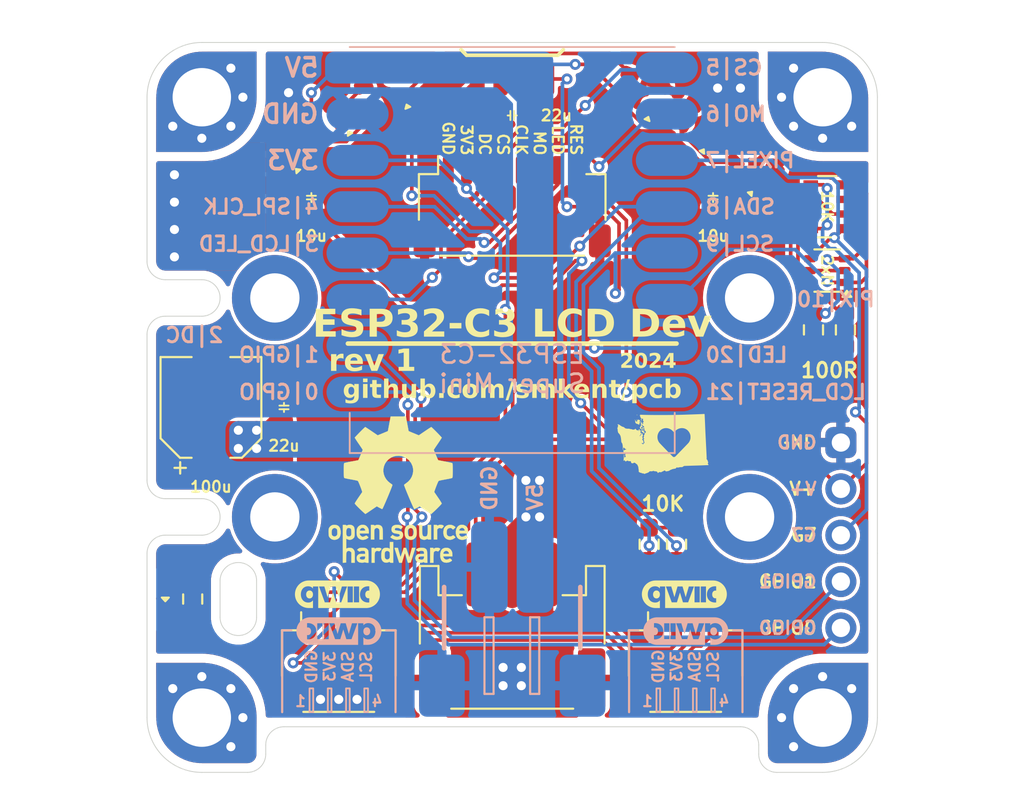
<source format=kicad_pcb>
(kicad_pcb (version 20240108) (generator "pcbnew") (generator_version "8.0")
  (layers (0 "F.Cu" signal) (31 "B.Cu" signal) (34 "B.Paste" user) (35 "F.Paste" user) (36 "B.SilkS" user "B.Silkscreen") (37 "F.SilkS" user "F.Silkscreen") (38 "B.Mask" user) (39 "F.Mask" user) (44 "Edge.Cuts" user))
  (net 0 "")
  (net 1 "GND")
  (net 2 "SDA")
  (net 3 "+3V3")
  (net 4 "SCL")
  (net 5 "NEOPIXEL_1_DATA_5V")
  (net 6 "STATUS_LED")
  (net 7 "SPI_MOSI")
  (net 8 "LCD_DC")
  (net 9 "NEOPIXEL_1_DATA_3V3")
  (net 10 "+5V")
  (net 11 "SPI_CLK")
  (net 12 "NEOPIXEL_2_DATA_3V3")
  (net 13 "NEOPIXEL_2_DATA_5V")
  (net 14 "LCD_BACKLIGHT")
  (net 15 "LCD_RESET")
  (net 16 "LCD_CS")
  (net 17 "ENC_DT")
  (net 18 "ENC_CLK")
  (net 19 "Net-(LED1-A)")
  (net 20 "Net-(LED2-DOUT)")
  (net 21 "Net-(LED3-DOUT)")
  (net 22 "Net-(LED4-DOUT)")
  (net 23 "Net-(LED5-DOUT)")
  (net 24 "Net-(LED6-DOUT)")
  (net 26 "/NP1_5V")
  (net 27 "/NP2_5V")
  (footprint "MountingHole:MountingHole_2.7mm_M2.5_DIN965_Pad" (layer "F.Cu") (at 113 64)
    (property "Reference" "REF**" (hide yes))
    (property "Value" "MountingHole_2.7mm_M2.5_DIN965_Pad")
  )
  (footprint "custom:C_0603_1608Metric_Pad1.08x0.95mm_HandSolder" (layer "F.Cu") (at 111 58.5 -90)
    (property "Reference" "C7" (hide yes))
    (property "Value" "10u")
  )
  (footprint "lcsc:LED-SMD_4P-L2.0-W2.0-BR-1" (layer "F.Cu") (at 92.945172 52.669914 22)
    (property "Reference" "LED4")
    (property "Value" "WS2812B-2020")
  )
  (footprint "connectors:STEMMA-Signal-SMD-horizontal" (layer "F.Cu") (at 100 82)
    (property "Reference" "J4" (hide yes))
    (property "Value" "STEMMA-Signal")
  )
  (footprint "lcsc:LED-SMD_4P-L2.0-W2.0-BR-1" (layer "F.Cu") (at 107.054828 52.669914 -22)
    (property "Reference" "LED5")
    (property "Value" "WS2812B-2020")
  )
  (footprint "mechanical:MountingHole_3.2mm_M3_Pad_Via_corner_compact" (layer "F.Cu") (at 117 53 180)
    (property "Reference" "REF**" (hide yes))
    (property "Value" "MountingHole_3.2mm_M3_Pad_Via_corner_compact" (hide yes))
  )
  (footprint "custom:C_0603_1608Metric_Pad1.08x0.95mm_HandSolder" (layer "F.Cu") (at 100 54 180)
    (property "Reference" "C3" (hide yes))
    (property "Value" "22u")
  )
  (footprint "custom:C_0603_1608Metric_Pad1.08x0.95mm_HandSolder" (layer "F.Cu") (at 89 58.5 -90)
    (property "Reference" "C6" (hide yes))
    (property "Value" "10u")
  )
  (footprint "Capacitor_SMD:CP_Elec_5x5.4" (layer "F.Cu") (at 83.5 70 90)
    (property "Reference" "C1" (hide yes))
    (property "Value" "100u")
  )
  (footprint "Resistor_SMD:R_Array_Convex_4x0603" (layer "F.Cu") (at 117.25 59 180)
    (property "Reference" "RN2" (hide yes))
    (property "Value" "10K")
  )
  (footprint "connectors:Qwiic-SMD-horizontal-logo-bottom-pinout" (layer "F.Cu") (at 90.5 84)
    (property "Reference" "J2" (hide yes))
    (property "Value" "Qwiic")
  )
  (footprint "custom:LED_0603_1608Metric_Pad1.05x0.95mm_HandSolder_simple" (layer "F.Cu") (at 81 80.5 90)
    (property "Reference" "LED1" (hide yes))
    (property "Value" "LED_Small")
  )
  (footprint "graphics:wa-state-heart-5mm" (layer "F.Cu") (at 108.25 72)
    (property "Reference" "G***" (hide yes))
    (property "Value" "LOGO" (hide yes))
  )
  (footprint "lcsc:LED-SMD_4P-L2.0-W2.0-BR-1" (layer "F.Cu") (at 86.704162 56.722873 44)
    (property "Reference" "LED2")
    (property "Value" "WS2812B-2020")
  )
  (footprint "lcsc:LED-SMD_4P-L2.0-W2.0-BR-1" (layer "F.Cu") (at 110.370461 54.395923 -33)
    (property "Reference" "LED6")
    (property "Value" "WS2812B-2020")
  )
  (footprint "connectors:Qwiic-SMD-horizontal-logo-bottom-pinout" (layer "F.Cu") (at 109.5 84)
    (property "Reference" "J3" (hide yes))
    (property "Value" "Qwiic")
  )
  (footprint "Resistor_SMD:R_0603_1608Metric_Pad0.98x0.95mm_HandSolder" (layer "F.Cu") (at 82.5 80.5 -90)
    (property "Reference" "R1" (hide yes))
    (property "Value" "10K")
  )
  (footprint "Resistor_SMD:R_0603_1608Metric_Pad0.98x0.95mm_HandSolder" (layer "F.Cu") (at 109 77.5 90)
    (property "Reference" "R5" (hide yes))
    (property "Value" "10K")
  )
  (footprint "MountingHole:MountingHole_2.7mm_M2.5_DIN965_Pad" (layer "F.Cu") (at 87 76)
    (property "Reference" "REF**" (hide yes))
    (property "Value" "MountingHole_2.7mm_M2.5_DIN965_Pad")
  )
  (footprint "mechanical:MountingHole_3.2mm_M3_Pad_Via_corner_NW-curve_compact" (layer "F.Cu") (at 117 87 90)
    (property "Reference" "REF**" (hide yes))
    (property "Value" "MountingHole_3.2mm_M3_Pad_Via_corner_NW-curve_compact" (hide yes))
  )
  (footprint "lcsc:LED-SMD_4P-L2.0-W2.0-BR-1" (layer "F.Cu") (at 113.295838 56.722873 -44)
    (property "Reference" "LED7")
    (property "Value" "WS2812B-2020")
  )
  (footprint "custom:C_0603_1608Metric_Pad1.08x0.95mm_HandSolder" (layer "F.Cu") (at 87.5 70 90)
    (property "Reference" "C2" (hide yes))
    (property "Value" "22u")
  )
  (footprint "lcsc:LED-SMD_4P-L2.0-W2.0-BR-1" (layer "F.Cu") (at 89.629539 54.395923 33)
    (property "Reference" "LED3")
    (property "Value" "WS2812B-2020")
  )
  (footprint "Resistor_SMD:R_0603_1608Metric_Pad0.98x0.95mm_HandSolder" (layer "F.Cu") (at 118.25 65.75 -90)
    (property "Reference" "R3" (hide yes))
    (property "Value" "100R")
  )
  (footprint "mechanical:MountingHole_3.2mm_M3_Pad_Via_corner_compact" (layer "F.Cu") (at 83 53 -90)
    (property "Reference" "REF**" (hide yes))
    (property "Value" "MountingHole_3.2mm_M3_Pad_Via_corner_compact" (hide yes))
  )
  (footprint "Package_TO_SOT_SMD:SOT-363_SC-70-6" (layer "F.Cu") (at 117.25 62.5 180)
    (property "Reference" "Q1" (hide yes))
    (property "Value" "2N7002DW")
  )
  (footprint "Resistor_SMD:R_0603_1608Metric_Pad0.98x0.95mm_HandSolder" (layer "F.Cu") (at 107.5 77.5 90)
    (property "Reference" "R4" (hide yes))
    (property "Value" "10K")
  )
  (footprint "MountingHole:MountingHole_2.7mm_M2.5_DIN965_Pad" (layer "F.Cu") (at 113 76)
    (property "Reference" "REF**" (hide yes))
    (property "Value" "MountingHole_2.7mm_M2.5_DIN965_Pad")
  )
  (footprint "lcsc:SENSORS-SMD_VEML7700-TR" (layer "F.Cu") (at 100 52)
    (property "Reference" "U1" (hide yes))
    (property "Value" "VEML7700")
  )
  (footprint "MountingHole:MountingHole_2.7mm_M2.5_DIN965_Pad" (layer "F.Cu") (at 87 64)
    (property "Reference" "REF**" (hide yes))
    (property "Value" "MountingHole_2.7mm_M2.5_DIN965_Pad")
  )
  (footprint "Symbol:OSHW-Logo_7.5x8mm_SilkScreen" (layer "F.Cu") (at 93.75 74.5)
    (property "Reference" "REF**" (hide yes))
    (property "Value" "OSHW-Logo_7.5x8mm_SilkScreen" (hide yes))
  )
  (footprint "Resistor_SMD:R_0603_1608Metric_Pad0.98x0.95mm_HandSolder" (layer "F.Cu") (at 116.5 65.75 90)
    (property "Reference" "R2" (hide yes))
    (property "Value" "100R")
  )
  (footprint "mechanical:MountingHole_3.2mm_M3_Pad_Via_corner_SE-curve_compact" (layer "F.Cu") (at 83 87)
    (property "Reference" "REF**" (hide yes))
    (property "Value" "MountingHole_3.2mm_M3_Pad_Via_corner_SE-curve_compact" (hide yes))
  )
  (footprint "custom:JST_SH_SM08B-SRSS-TB_1x08-1MP_P1.00mm_Horizontal" (layer "F.Cu") (at 100 59)
    (property "Reference" "J5")
    (property "Value" "JST SH")
  )
  (footprint "aliexpress:ESP32-C3-Super-Mini-Castellated-SMD-only" (layer "B.Cu") (at 100 59 180)
    (property "Reference" "SM1" (hide yes))
    (property "Value" "~")
  )
  (footprint "custom:PinHeader_1x05_P2.54mm_Vertical_simple_pad1gnd" (layer "B.Cu") (at 118 71.925 180)
    (property "Reference" "J6" (hide yes))
    (property "Value" "Pin headers")
  )
  (footprint "custom:Conn_Combo_JST-1x02-XH_PH-SMD-pad2gnd" (layer "B.Cu") (at 100 79.5 180)
    (property "Reference" "J1" (hide yes))
    (property "Value" "JST XH/PH")
  )
  (gr_line (start 91 66.5) (end 109 66.5) (stroke (width 0.25)) (layer "F.SilkS"))
  (gr_line (start 80 74) (end 80 66) (stroke (width 0.05)) (layer "Edge.Cuts"))
  (gr_line (start 117 50) (end 83 50) (stroke (width 0.05)) (layer "Edge.Cuts"))
  (gr_line (start 120 78) (end 120 53) (stroke (width 0.05)) (layer "Edge.Cuts"))
  (gr_arc (start 81 75) (mid 80.292893 74.707107) (end 80 74) (stroke (width 0.05)) (layer "Edge.Cuts"))
  (gr_arc (start 83 75) (mid 84 76) (end 83 77) (stroke (width 0.05)) (layer "Edge.Cuts"))
  (gr_line (start 113.5 89) (end 113.5 88.5) (stroke (width 0.05)) (layer "Edge.Cuts"))
  (gr_arc (start 80 66) (mid 80.292893 65.292893) (end 81 65) (stroke (width 0.05)) (layer "Edge.Cuts"))
  (gr_line (start 112.5 87.5) (end 87.5 87.5) (stroke (width 0.05)) (layer "Edge.Cuts"))
  (gr_arc (start 86.5 89) (mid 86.207107 89.707107) (end 85.5 90) (stroke (width 0.05)) (layer "Edge.Cuts"))
  (gr_arc (start 112.5 87.5) (mid 113.207107 87.792893) (end 113.5 88.5) (stroke (width 0.05)) (layer "Edge.Cuts"))
  (gr_line (start 86.5 89) (end 86.5 88.5) (stroke (width 0.05)) (layer "Edge.Cuts"))
  (gr_arc (start 86.5 88.5) (mid 86.792893 87.792893) (end 87.5 87.5) (stroke (width 0.05)) (layer "Edge.Cuts"))
  (gr_arc (start 83 63) (mid 84 64) (end 83 65) (stroke (width 0.05)) (layer "Edge.Cuts"))
  (gr_line (start 86 79.5) (end 86 81.5) (stroke (width 0.05)) (layer "Edge.Cuts"))
  (gr_line (start 80 78) (end 80 87) (stroke (width 0.05)) (layer "Edge.Cuts"))
  (gr_arc (start 114.5 90) (mid 113.792893 89.707107) (end 113.5 89) (stroke (width 0.05)) (layer "Edge.Cuts"))
  (gr_line (start 83 63) (end 81 63) (stroke (width 0.05)) (layer "Edge.Cuts"))
  (gr_arc (start 80 78) (mid 80.292893 77.292893) (end 81 77) (stroke (width 0.05)) (layer "Edge.Cuts"))
  (gr_line (start 83 65) (end 81 65) (stroke (width 0.05)) (layer "Edge.Cuts"))
  (gr_arc (start 84 79.5) (mid 85 78.5) (end 86 79.5) (stroke (width 0.05)) (layer "Edge.Cuts"))
  (gr_arc (start 117 50) (mid 119.12132 50.87868) (end 120 53) (stroke (width 0.05)) (layer "Edge.Cuts"))
  (gr_arc (start 83 90) (mid 80.87868 89.12132) (end 80 87) (stroke (width 0.05)) (layer "Edge.Cuts"))
  (gr_arc (start 86 81.5) (mid 85 82.5) (end 84 81.5) (stroke (width 0.05)) (layer "Edge.Cuts"))
  (gr_arc (start 120 87) (mid 119.12132 89.12132) (end 117 90) (stroke (width 0.05)) (layer "Edge.Cuts"))
  (gr_arc (start 81 63) (mid 80.292893 62.707107) (end 80 62) (stroke (width 0.05)) (layer "Edge.Cuts"))
  (gr_line (start 84 81.5) (end 84 79.5) (stroke (width 0.05)) (layer "Edge.Cuts"))
  (gr_line (start 80 53) (end 80 62) (stroke (width 0.05)) (layer "Edge.Cuts"))
  (gr_arc (start 80 53) (mid 80.87868 50.87868) (end 83 50) (stroke (width 0.05)) (layer "Edge.Cuts"))
  (gr_line (start 85.5 90) (end 83 90) (stroke (width 0.05)) (layer "Edge.Cuts"))
  (gr_line (start 120 78) (end 120 87) (stroke (width 0.05)) (layer "Edge.Cuts"))
  (gr_line (start 83 77) (end 81 77) (stroke (width 0.05)) (layer "Edge.Cuts"))
  (gr_line (start 114.5 90) (end 117 90) (stroke (width 0.05)) (layer "Edge.Cuts"))
  (gr_line (start 83 75) (end 81 75) (stroke (width 0.05)) (layer "Edge.Cuts"))
  (gr_text "SDA|8" (at 110.5 59 0) (layer "B.SilkS") (effects (font (size 0.8 0.8) (thickness 0.16) (bold yes)) (justify right mirror)))
  (gr_text "3|LCD_LED" (at 89.5 61.04 0) (layer "B.SilkS") (effects (font (size 0.8 0.8) (thickness 0.16) (bold yes)) (justify left mirror)))
  (gr_text "0|GPIO" (at 89.5 69.16 0) (layer "B.SilkS") (effects (font (size 0.8 0.8) (thickness 0.16) (bold yes)) (justify left mirror)))
  (gr_text "2|DC" (at 84.25 66.04 0) (layer "B.SilkS") (effects (font (size 0.8 0.8) (thickness 0.16) (bold yes)) (justify left mirror)))
  (gr_text "GND" (at 98.75 75.75 90) (layer "B.SilkS") (effects (font (size 0.8 0.8) (thickness 0.16) (bold yes)) (justify right mirror)))
  (gr_text "LED|20" (at 110.5 67.12 0) (layer "B.SilkS") (effects (font (size 0.8 0.8) (thickness 0.16) (bold yes)) (justify right mirror)))
  (gr_text "LCD_RESET|21" (at 110.5 69.16 0) (layer "B.SilkS") (effects (font (size 0.8 0.8) (thickness 0.16) (bold yes)) (justify right mirror)))
  (gr_text "GPIO0" (at 116.75 82.085 0) (layer "B.SilkS") (effects (font (size 0.7 0.7) (thickness 0.14) (bold yes)) (justify left mirror)))
  (gr_text "3V3" (at 89.5 56.46 0) (layer "B.SilkS") (effects (font (size 1 1) (thickness 0.2) (bold yes)) (justify left mirror)))
  (gr_text "CS|5" (at 110.5 51.38 0) (layer "B.SilkS") (effects (font (size 0.8 0.8) (thickness 0.16) (bold yes)) (justify right mirror)))
  (gr_text "GND" (at 89.5 53.92 0) (layer "B.SilkS") (effects (font (size 1 1) (thickness 0.2) (bold yes)) (justify left mirror)))
  (gr_text "V+" (at 116.75 74.465 0) (layer "B.SilkS") (effects (font (size 0.7 0.7) (thickness 0.14) (bold yes)) (justify left mirror)))
  (gr_text "GND" (at 116.75 71.925 0) (layer "B.SilkS") (effects (font (size 0.7 0.7) (thickness 0.14) (bold yes)) (justify left mirror)))
  (gr_text "MO|6" (at 110.5 53.92 0) (layer "B.SilkS") (effects (font (size 0.8 0.8) (thickness 0.16) (bold yes)) (justify right mirror)))
  (gr_text "4|SPI_CLK" (at 89.5 59 0) (layer "B.SilkS") (effects (font (size 0.8 0.8) (thickness 0.16) (bold yes)) (justify left mirror)))
  (gr_text "G7" (at 116.75 77.005 0) (layer "B.SilkS") (effects (font (size 0.7 0.7) (thickness 0.14) (bold yes)) (justify left mirror)))
  (gr_text "PIX|10" (at 115.5 64.08 0) (layer "B.SilkS") (effects (font (size 0.8 0.8) (thickness 0.16) (bold yes)) (justify right mirror)))
  (gr_text "1|GPIO" (at 89.5 67.12 0) (layer "B.SilkS") (effects (font (size 0.8 0.8) (thickness 0.16) (bold yes)) (justify left mirror)))
  (gr_text "PIXEL|7" (at 110.5 56.46 0) (layer "B.SilkS") (effects (font (size 0.8 0.8) (thickness 0.16) (bold yes)) (justify right mirror)))
  (gr_text "5V" (at 101.25 75.75 90) (layer "B.SilkS") (effects (font (size 0.8 0.8) (thickness 0.16) (bold yes)) (justify right mirror)))
  (gr_text "5V" (at 89.5 51.38 0) (layer "B.SilkS") (effects (font (size 1 1) (thickness 0.2) (bold yes)) (justify left mirror)))
  (gr_text "SCL|9" (at 110.5 61.04 0) (layer "B.SilkS") (effects (font (size 0.8 0.8) (thickness 0.16) (bold yes)) (justify right mirror)))
  (gr_text "GPIO1" (at 116.75 79.545 0) (layer "B.SilkS") (effects (font (size 0.7 0.7) (thickness 0.14) (bold yes)) (justify left mirror)))
  (gr_text "GPIO0" (at 116.75 82.08 0) (layer "F.SilkS") (effects (font (size 0.7 0.7) (thickness 0.14) (bold yes)) (justify right)))
  (gr_text "github.com/smkent/pcb" (at 100 69.65 -0) (layer "F.SilkS") (effects (font (size 1 1) (thickness 0.16) (bold yes)) (justify bottom)))
  (gr_text "10K" (at 117.25 59 -90) (layer "F.SilkS") (effects (font (size 0.6 0.6) (thickness 0.12) (bold yes))))
  (gr_text "10K" (at 108.25 75.75 0) (layer "F.SilkS") (effects (font (size 0.8 0.8) (thickness 0.16) (bold yes)) (justify bottom)))
  (gr_text "22u" (at 101.5 54 0) (layer "F.SilkS") (effects (font (size 0.6 0.6) (thickness 0.12) (bold yes)) (justify left)))
  (gr_text "10u" (at 111 60.25 0) (layer "F.SilkS") (effects (font (size 0.6 0.6) (thickness 0.12) (bold yes)) (justify top)))
  (gr_text "100u" (at 83.5 74 0) (layer "F.SilkS") (effects (font (size 0.6 0.6) (thickness 0.12) (bold yes)) (justify top)))
  (gr_text "CS" (at 99.5 56.25 -90) (layer "F.SilkS") (effects (font (size 0.6 0.6) (thickness 0.12) (bold yes)) (justify right)))
  (gr_text "22u" (at 87.5 71.75 0) (layer "F.SilkS") (effects (font (size 0.6 0.6) (thickness 0.12) (bold yes)) (justify top)))
  (gr_text "CLK" (at 100.5 56.25 -90) (layer "F.SilkS") (effects (font (size 0.6 0.6) (thickness 0.12) (bold yes)) (justify right)))
  (gr_text "DC" (at 98.5 56.25 -90) (layer "F.SilkS") (effects (font (size 0.6 0.6) (thickness 0.12) (bold yes)) (justify right)))
  (gr_text "LED" (at 102.5 56.25 -90) (layer "F.SilkS") (effects (font (size 0.6 0.6) (thickness 0.12) (bold yes)) (justify right)))
  (gr_text "ESP32-C3 LCD Dev" (at 100 65.5 0) (layer "F.SilkS") (effects (font (size 1.5 1.5) (thickness 0.3) (bold yes))))
  (gr_text "GPIO1" (at 116.75 79.54 0) (layer "F.SilkS") (effects (font (size 0.7 0.7) (thickness 0.14) (bold yes)) (justify right)))
  (gr_text "3V3" (at 97.5 56.25 -90) (layer "F.SilkS") (effects (font (size 0.6 0.6) (thickness 0.12) (bold yes)) (justify right)))
  (gr_text "MO" (at 101.5 56.25 -90) (layer "F.SilkS") (effects (font (size 0.6 0.6) (thickness 0.12) (bold yes)) (justify right)))
  (gr_text "V+" (at 116.75 74.46 0) (layer "F.SilkS") (effects (font (size 0.7 0.7) (thickness 0.14) (bold yes)) (justify right)))
  (gr_text "RES" (at 103.5 56.25 -90) (layer "F.SilkS") (effects (font (size 0.6 0.6) (thickness 0.12) (bold yes)) (justify right)))
  (gr_text "rev 1" (at 94.75 67.5 -0) (layer "F.SilkS") (effects (font (size 1.2 1.2) (thickness 0.24) (bold yes)) (justify right)))
  (gr_text "GND" (at 96.5 56.25 -90) (layer "F.SilkS") (effects (font (size 0.6 0.6) (thickness 0.12) (bold yes)) (justify right)))
  (gr_text "2024" (at 109 67.5 -0) (layer "F.SilkS") (effects (font (size 0.8 0.8) (thickness 0.24) (bold yes)) (justify right)))
  (gr_text "2xN" (at 117.25 62.5 -90) (layer "F.SilkS") (effects (font (size 0.6 0.6) (thickness 0.12) (bold yes))))
  (gr_text "10u" (at 89 60.25 0) (layer "F.SilkS") (effects (font (size 0.6 0.6) (thickness 0.12) (bold yes)) (justify top)))
  (gr_text "GND" (at 116.75 71.92 0) (layer "F.SilkS") (effects (font (size 0.7 0.7) (thickness 0.14) (bold yes)) (justify right)))
  (gr_text "G7" (at 116.75 77 0) (layer "F.SilkS") (effects (font (size 0.7 0.7) (thickness 0.14) (bold yes)) (justify right)))
  (gr_text "100R" (at 117.375 67.5 0) (layer "F.SilkS") (effects (font (size 0.8 0.8) (thickness 0.16) (bold yes)) (justify top)))
  (segment (start 99.37 53.7675) (end 99.1375 54) (width 0.2) (layer "F.Cu") (net 1))
  (segment (start 99.37 52) (end 99.37 53.7675) (width 0.2) (layer "F.Cu") (net 1))
  (segment (start 86.900041 55.63011) (end 86.900041 56.599959) (width 0.2) (layer "F.Cu") (net 1))
  (segment (start 86.900041 56.599959) (end 86.75 56.75) (width 0.2) (layer "F.Cu") (net 1))
  (via (at 91.5 86) (size 1) (drill 0.5) (layers "F.Cu" "B.Cu") (net 1))
  (via (at 99.5 84.25) (size 1) (drill 0.5) (layers "F.Cu" "B.Cu") (net 1))
  (via (at 99.5 85.25) (size 1) (drill 0.5) (layers "F.Cu" "B.Cu") (net 1))
  (via (at 87.75 52.75) (size 1) (drill 0.5) (layers "F.Cu" "B.Cu") (net 1))
  (via (at 100.5 85.25) (size 1) (drill 0.5) (layers "F.Cu" "B.Cu") (net 1))
  (via (at 81.5 61.75) (size 1) (drill 0.5) (layers "F.Cu" "B.Cu") (net 1))
  (via (at 81.5 60.25) (size 1) (drill 0.5) (layers "F.Cu" "B.Cu") (net 1))
  (via (at 90.5 86) (size 1) (drill 0.5) (layers "F.Cu" "B.Cu") (net 1))
  (via (at 81.5 57.25) (size 1) (drill 0.5) (layers "F.Cu" "B.Cu") (net 1))
  (via (at 111.25 52.5) (size 1) (drill 0.5) (layers "F.Cu" "B.Cu") (net 1))
  (via (at 100.5 84.25) (size 1) (drill 0.5) (layers "F.Cu" "B.Cu") (net 1))
  (via (at 89.5 86) (size 1) (drill 0.5) (layers "F.Cu" "B.Cu") (net 1))
  (via (at 112.5 52.5) (size 1) (drill 0.5) (layers "F.Cu" "B.Cu") (net 1))
  (via (at 81.5 58.75) (size 1) (drill 0.5) (layers "F.Cu" "B.Cu") (net 1))
  (segment (start 107.5 78.4125) (end 107.5 77.575313) (width 0.2) (layer "F.Cu") (net 2))
  (segment (start 110 82.5) (end 108.85 83.65) (width 0.2) (layer "F.Cu") (net 2))
  (segment (start 93.765552 82.35) (end 92.340552 80.925) (width 0.2) (layer "F.Cu") (net 2))
  (segment (start 92.340552 80.925) (end 91.075 80.925) (width 0.2) (layer "F.Cu") (net 2))
  (segment (start 94.5 58.4) (end 94.5 55.59) (width 0.2) (layer "F.Cu") (net 2))
  (segment (start 110 80.9125) (end 110 82) (width 0.2) (layer "F.Cu") (net 2))
  (segment (start 107.5 78.4125) (end 110 80.9125) (width 0.2) (layer "F.Cu") (net 2))
  (segment (start 106.250429 83.5) (end 105.100429 82.35) (width 0.2) (layer "F.Cu") (net 2))
  (segment (start 107.5 77.575313) (end 107.500313 77.575) (width 0.2) (layer "F.Cu") (net 2))
  (segment (start 110 82) (end 110 82.5) (width 0.2) (layer "F.Cu") (net 2))
  (segment (start 91.075 80.925) (end 91 81) (width 0.2) (layer "F.Cu") (net 2))
  (segment (start 94.5 55.59) (end 98.09 52) (width 0.2) (layer "F.Cu") (net 2))
  (segment (start 108.85 83.65) (end 106.40043 83.65) (width 0.2) (layer "F.Cu") (net 2))
  (segment (start 91 81) (end 91 82) (width 0.2) (layer "F.Cu") (net 2))
  (segment (start 106.40043 83.65) (end 106.250429 83.5) (width 0.2) (layer "F.Cu") (net 2))
  (segment (start 105.100429 82.35) (end 93.765552 82.35) (width 0.2) (layer "F.Cu") (net 2))
  (segment (start 103.7 61.160327) (end 101.960327 62.9) (width 0.2) (layer "F.Cu") (net 2))
  (segment (start 101.960327 62.9) (end 99 62.9) (width 0.2) (layer "F.Cu") (net 2))
  (via (at 107.500313 77.575) (size 0.6) (drill 0.3) (layers "F.Cu" "B.Cu") (net 2))
  (via (at 103.7 61.160327) (size 0.6) (drill 0.3) (layers "F.Cu" "B.Cu") (net 2))
  (via (at 99 62.9) (size 0.6) (drill 0.3) (layers "F.Cu" "B.Cu") (net 2))
  (via (at 94.5 58.4) (size 0.6) (drill 0.3) (layers "F.Cu" "B.Cu") (net 2))
  (segment (start 94.5 58.4) (end 95.715686 58.4) (width 0.2) (layer "B.Cu") (net 2))
  (segment (start 103.5 67.164215) (end 103.5 63.12) (width 0.2) (layer "B.Cu") (net 2))
  (segment (start 99.35 62.55) (end 99 62.9) (width 0.2) (layer "B.Cu") (net 2))
  (segment (start 105.860327 59) (end 107.62 59) (width 0.2) (layer "B.Cu") (net 2))
  (segment (start 104.35 68.014215) (end 103.5 67.164215) (width 0.2) (layer "B.Cu") (net 2))
  (segment (start 95.715686 58.4) (end 97.678921 60.363235) (width 0.2) (layer "B.Cu") (net 2))
  (segment (start 99.35 61.001471) (end 99.35 62.55) (width 0.2) (layer "B.Cu") (net 2))
  (segment (start 104.35 73.490373) (end 104.35 68.014215) (width 0.2) (layer "B.Cu") (net 2))
  (segment (start 97.678921 60.363235) (end 98.711764 60.363235) (width 0.2) (layer "B.Cu") (net 2))
  (segment (start 98.711764 60.363235) (end 99.35 61.001471) (width 0.2) (layer "B.Cu") (net 2))
  (segment (start 103.7 61.160327) (end 105.860327 59) (width 0.2) (layer "B.Cu") (net 2))
  (segment (start 107.500313 76.640686) (end 104.35 73.490373) (width 0.2) (layer "B.Cu") (net 2))
  (segment (start 107.500313 77.575) (end 107.500313 76.640686) (width 0.2) (layer "B.Cu") (net 2))
  (segment (start 103.5 63.12) (end 107.62 59) (width 0.2) (layer "B.Cu") (net 2))
  (segment (start 100.8625 54.296815) (end 100.8625 54) (width 0.2) (layer "F.Cu") (net 3))
  (segment (start 108.684314 83.25) (end 106.566115 83.25) (width 0.2) (layer "F.Cu") (net 3))
  (segment (start 90.975 79.725) (end 93.959314 79.725) (width 0.2) (layer "F.Cu") (net 3))
  (segment (start 97.5 56.584448) (end 98.159448 55.925) (width 0.2) (layer "F.Cu") (net 3))
  (segment (start 115.65 62.174999) (end 115.975001 62.5) (width 0.2) (layer "F.Cu") (net 3))
  (segment (start 90 82.5) (end 90 82) (width 0.2) (layer "F.Cu") (net 3))
  (segment (start 90 81.434315) (end 90 82) (width 0.2) (layer "F.Cu") (net 3))
  (segment (start 88 84) (end 88.5 84) (width 0.2) (layer "F.Cu") (net 3))
  (segment (start 93.959314 79.725) (end 97.2 76.484314) (width 0.2) (layer "F.Cu") (net 3))
  (segment (start 116.35 60.2) (end 115.8 60.2) (width 0.2) (layer "F.Cu") (net 3))
  (segment (start 93.931237 81.95) (end 92.765685 80.784448) (width 0.2) (layer "F.Cu") (net 3))
  (segment (start 90.25 79) (end 90.975 79.725) (width 0.2) (layer "F.Cu") (net 3))
  (segment (start 100.63 52) (end 100.63 53.7675) (width 0.2) (layer "F.Cu") (net 3))
  (segment (start 117.25 58) (end 117.05 57.8) (width 0.2) (layer "F.Cu") (net 3))
  (segment (start 90.675 80.759315) (end 90 81.434315) (width 0.2) (layer "F.Cu") (net 3))
  (segment (start 115.8 60.2) (end 115.65 60.35) (width 0.2) (layer "F.Cu") (net 3))
  (segment (start 118 74.465) (end 119.4 73.065) (width 0.2) (layer "F.Cu") (net 3))
  (segment (start 100.63 53.7675) (end 100.8625 54) (width 0.2) (layer "F.Cu") (net 3))
  (segment (start 116.885 73.35) (end 111.75 73.35) (width 0.2) (layer "F.Cu") (net 3))
  (segment (start 119.4 70.85) (end 118.8 70.25) (width 0.2) (layer "F.Cu") (net 3))
  (segment (start 116.35 60.2) (end 117.05 60.2) (width 0.2) (layer "F.Cu") (net 3))
  (segment (start 118 74.465) (end 116.885 73.35) (width 0.2) (layer "F.Cu") (net 3))
  (segment (start 115.975001 62.5) (end 116.3 62.5) (width 0.2) (layer "F.Cu") (net 3))
  (segment (start 97.5 58) (end 97.5 57) (width 0.2) (layer "F.Cu") (net 3))
  (segment (start 98.159448 55.925) (end 99.234315 55.925) (width 0.2) (layer "F.Cu") (net 3))
  (segment (start 119.4 73.065) (end 119.4 70.85) (width 0.2) (layer "F.Cu") (net 3))
  (segment (start 97.2 76.484314) (end 97.2 73.984314) (width 0.2) (layer "F.Cu") (net 3))
  (segment (start 92.506238 80.525) (end 90.909314 80.525) (width 0.2) (layer "F.Cu") (net 3))
  (segment (start 106.725 77.3625) (end 107.5 76.5875) (width 0.2) (layer "F.Cu") (net 3))
  (segment (start 99.625 71.559314) (end 99.625 64.625) (width 0.2) (layer "F.Cu") (net 3))
  (segment (start 118.2 62.5) (end 116.3 62.5) (width 0.2) (layer "F.Cu") (net 3))
  (segment (start 97.5 57) (end 97.5 56.584448) (width 0.2) (layer "F.Cu") (net 3))
  (segment (start 107.033278 79.2) (end 106.725 78.891722) (width 0.2) (layer "F.Cu") (net 3))
  (segment (start 88.5 84) (end 90 82.5) (width 0.2) (layer "F.Cu") (net 3))
  (segment (start 90.909314 80.525) (end 90.675 80.759315) (width 0.2) (layer "F.Cu") (net 3))
  (segment (start 106.566115 83.25) (end 105.266115 81.95) (width 0.2) (layer "F.Cu") (net 3))
  (segment (start 92.765685 80.784448) (end 92.506238 80.525) (width 0.2) (layer "F.Cu") (net 3))
  (segment (start 97.2 73.984314) (end 99.625 71.559314) (width 0.2) (layer "F.Cu") (net 3))
  (segment (start 109 82) (end 109 82.934314) (width 0.2) (layer "F.Cu") (net 3))
  (segment (start 117.05 57.8) (end 116.35 57.8) (width 0.2) (layer "F.Cu") (net 3))
  (segment (start 107.5 76.5875) (end 109 76.5875) (width 0.2) (layer "F.Cu") (net 3))
  (segment (start 109 76.1) (end 109 76.5875) (width 0.2) (layer "F.Cu") (net 3))
  (segment (start 99.234315 55.925) (end 100.8625 54.296815) (width 0.2) (layer "F.Cu") (net 3))
  (segment (start 105.266115 81.95) (end 93.931237 81.95) (width 0.2) (layer "F.Cu") (net 3))
  (segment (start 109 80.478186) (end 107.721814 79.2) (width 0.2) (layer "F.Cu") (net 3))
  (segment (start 109 82) (end 109 80.478186) (width 0.2) (layer "F.Cu") (net 3))
  (segment (start 106.725 78.891722) (end 106.725 77.3625) (width 0.2) (layer "F.Cu") (net 3))
  (segment (start 109 82.934314) (end 108.684314 83.25) (width 0.2) (layer "F.Cu") (net 3))
  (segment (start 115.65 60.35) (end 115.65 62.174999) (width 0.2) (layer "F.Cu") (net 3))
  (segment (start 107.721814 79.2) (end 107.033278 79.2) (width 0.2) (layer "F.Cu") (net 3))
  (segment (start 111.75 73.35) (end 109 76.1) (width 0.2) (layer "F.Cu") (net 3))
  (segment (start 117.05 60.2) (end 117.25 60) (width 0.2) (layer "F.Cu") (net 3))
  (via (at 117.25 60) (size 0.6) (drill 0.3) (layers "F.Cu" "B.Cu") (net 3))
  (via (at 88 84) (size 0.6) (drill 0.3) (layers "F.Cu" "B.Cu") (net 3))
  (via (at 99.625 64.625) (size 0.6) (drill 0.3) (layers "F.Cu" "B.Cu") (net 3))
  (via (at 117.25 58) (size 0.6) (drill 0.3) (layers "F.Cu" "B.Cu") (net 3))
  (via (at 97.5 58) (size 0.6) (drill 0.3) (layers "F.Cu" "B.Cu") (net 3))
  (via (at 90.25 79) (size 0.6) (drill 0.3) (layers "F.Cu" "B.Cu") (net 3))
  (via (at 118.8 70.25) (size 0.6) (drill 0.3) (layers "F.Cu" "B.Cu") (net 3))
  (segment (start 99.75 60.25) (end 97.5 58) (width 0.2) (layer "B.Cu") (net 3))
  (segment (start 92.38 56.46) (end 91.04 56.46) (width 0.2) (layer "B.Cu") (net 3))
  (segment (start 117.25 60) (end 117.25 58) (width 0.2) (layer "B.Cu") (net 3))
  (segment (start 119 62.61849) (end 118.815755 62.434245) (width 0.2) (layer "B.Cu") (net 3))
  (segment (start 99.625 64.625) (end 99.75 64.5) (width 0.2) (layer "B.Cu") (net 3))
  (segment (start 95.96 56.46) (end 97.5 58) (width 0.2) (layer "B.Cu") (net 3))
  (segment (start 90.25 79) (end 90.25 81.75) (width 0.2) (layer "B.Cu") (net 3))
  (segment (start 99.75 64.5) (end 99.75 60.25) (width 0.2) (layer "B.Cu") (net 3))
  (segment (start 117 60.25) (end 117.25 60) (width 0.2) (layer "B.Cu") (net 3))
  (segment (start 117.395118 61.296452) (end 117 60.901334) (width 0.2) (layer "B.Cu") (net 3))
  (segment (start 118.815755 62.434245) (end 117.677961 61.296452) (width 0.2) (layer "B.Cu") (net 3))
  (segment (start 90.25 81.75) (end 88 84) (width 0.2) (layer "B.Cu") (net 3))
  (segment (start 117 60.901334) (end 117 60.25) (width 0.2) (layer "B.Cu") (net 3))
  (segment (start 118.8 70.25) (end 119 70.05) (width 0.2) (layer "B.Cu") (net 3))
  (segment (start 119 70.05) (end 119 62.61849) (width 0.2) (layer "B.Cu") (net 3))
  (segment (start 92.38 56.46) (end 95.96 56.46) (width 0.2) (layer "B.Cu") (net 3))
  (segment (start 117.677961 61.296452) (end 117.395118 61.296452) (width 0.2) (layer "B.Cu") (net 3))
  (segment (start 91.04 56.46) (end 91 56.5) (width 0.2) (layer "B.Cu") (net 3))
  (segment (start 92.849866 82) (end 92 82) (width 0.2) (layer "F.Cu") (net 4))
  (segment (start 109 78.4125) (end 109 79.346814) (width 0.2) (layer "F.Cu") (net 4))
  (segment (start 110.340552 83.075) (end 109.990686 83.075) (width 0.2) (layer "F.Cu") (net 4))
  (segment (start 109.000313 78.412187) (end 109 78.4125) (width 0.2) (layer "F.Cu") (net 4))
  (segment (start 109.990686 83.075) (end 109.015686 84.05) (width 0.2) (layer "F.Cu") (net 4))
  (segment (start 105.85 63.55) (end 105.65 63.75) (width 0.2) (layer "F.Cu") (net 4))
  (segment (start 111 81.346814) (end 111 82) (width 0.2) (layer "F.Cu") (net 4))
  (segment (start 104.934744 82.75) (end 93.599866 82.75) (width 0.2) (layer "F.Cu") (net 4))
  (segment (start 109.000313 77.575) (end 109.000313 78.412187) (width 0.2) (layer "F.Cu") (net 4))
  (segment (start 111 82.415552) (end 110.340552 83.075) (width 0.2) (layer "F.Cu") (net 4))
  (segment (start 103 59) (end 104.934314 59) (width 0.2) (layer "F.Cu") (net 4))
  (segment (start 104.934314 59) (end 105.85 59.915686) (width 0.2) (layer "F.Cu") (net 4))
  (segment (start 105.85 59.915686) (end 105.85 63.55) (width 0.2) (layer "F.Cu") (net 4))
  (segment (start 109 79.346814) (end 111 81.346814) (width 0.2) (layer "F.Cu") (net 4))
  (segment (start 111 82) (end 111 82.415552) (width 0.2) (layer "F.Cu") (net 4))
  (segment (start 109.015686 84.05) (end 106.234744 84.05) (width 0.2) (layer "F.Cu") (net 4))
  (segment (start 106.234744 84.05) (end 104.934744 82.75) (width 0.2) (layer "F.Cu") (net 4))
  (segment (start 93.599866 82.75) (end 92.849866 82) (width 0.2) (layer "F.Cu") (net 4))
  (segment (start 101.9 52) (end 103 52) (width 0.2) (layer "F.Cu") (net 4))
  (via (at 109.000313 77.575) (size 0.6) (drill 0.3) (layers "F.Cu" "B.Cu") (net 4))
  (via (at 105.65 63.75) (size 0.6) (drill 0.3) (layers "F.Cu" "B.Cu") (net 4))
  (via (at 103 52) (size 0.6) (drill 0.3) (layers "F.Cu" "B.Cu") (net 4))
  (via (at 103 59) (size 0.6) (drill 0.3) (layers "F.Cu" "B.Cu") (net 4))
  (segment (start 103 52) (end 102.75 52.25) (width 0.2) (layer "B.Cu") (net 4))
  (segment (start 103.9 63.285686) (end 103.9 66.998529) (width 0.2) (layer "B.Cu") (net 4))
  (segment (start 102.75 58.75) (end 103 59) (width 0.2) (layer "B.Cu") (net 4))
  (segment (start 102.75 52.25) (end 102.75 58.75) (width 0.2) (layer "B.Cu") (net 4))
  (segment (start 104.75 73.324687) (end 109.000313 77.575) (width 0.2) (layer "B.Cu") (net 4))
  (segment (start 107.62 61.54) (end 105.645686 61.54) (width 0.2) (layer "B.Cu") (net 4))
  (segment (start 105.65 61.544314) (end 105.645686 61.54) (width 0.2) (layer "B.Cu") (net 4))
  (segment (start 105.645686 61.54) (end 103.9 63.285686) (width 0.2) (layer "B.Cu") (net 4))
  (segment (start 104.75 67.848529) (end 104.75 73.324687) (width 0.2) (layer "B.Cu") (net 4))
  (segment (start 103.9 66.998529) (end 104.75 67.848529) (width 0.2) (layer "B.Cu") (net 4))
  (segment (start 105.65 63.75) (end 105.65 61.544314) (width 0.2) (layer "B.Cu") (net 4))
  (segment (start 100.565686 71.75) (end 111.4125 71.75) (width 0.2) (layer "F.Cu") (net 5))
  (segment (start 98 74.315686) (end 100.565686 71.75) (width 0.2) (layer "F.Cu") (net 5))
  (segment (start 111.4125 71.75) (end 116.5 66.6625) (width 0.2) (layer "F.Cu") (net 5))
  (segment (start 98 79.15) (end 98 74.315686) (width 0.2) (layer "F.Cu") (net 5))
  (segment (start 100.025 71.725) (end 100.025 69.225) (width 0.2) (layer "F.Cu") (net 6))
  (segment (start 84.190093 83.102593) (end 85.897407 83.102593) (width 0.2) (layer "F.Cu") (net 6))
  (segment (start 97.6 76.65) (end 97.6 74.15) (width 0.2) (layer "F.Cu") (net 6))
  (segment (start 94.125 80.125) (end 97.6 76.65) (width 0.2) (layer "F.Cu") (net 6))
  (segment (start 88.875 80.125) (end 94.125 80.125) (width 0.2) (layer "F.Cu") (net 6))
  (segment (start 85.897407 83.102593) (end 88.875 80.125) (width 0.2) (layer "F.Cu") (net 6))
  (segment (start 102.5 66.75) (end 104.5 66.75) (width 0.2) (layer "F.Cu") (net 6))
  (segment (start 100.025 69.225) (end 102.5 66.75) (width 0.2) (layer "F.Cu") (net 6))
  (segment (start 97.6 74.15) (end 100.025 71.725) (width 0.2) (layer "F.Cu") (net 6))
  (segment (start 82.5 81.4125) (end 84.190093 83.102593) (width 0.2) (layer "F.Cu") (net 6))
  (via (at 104.5 66.75) (size 0.6) (drill 0.3) (layers "F.Cu" "B.Cu") (net 6))
  (segment (start 104.5 66.75) (end 107.49 66.75) (width 0.2) (layer "B.Cu") (net 6))
  (segment (start 107.49 66.75) (end 107.62 66.62) (width 0.2) (layer "B.Cu") (net 6))
  (segment (start 101.5 57) (end 101.5 56.584448) (width 0.2) (layer "F.Cu") (net 7))
  (segment (start 101.5 56.584448) (end 102.159448 55.925) (width 0.2) (layer "F.Cu") (net 7))
  (segment (start 102.159448 55.925) (end 103.875 55.925) (width 0.2) (layer "F.Cu") (net 7))
  (segment (start 103.875 55.925) (end 104.75 56.8) (width 0.2) (layer "F.Cu") (net 7))
  (via (at 104.75 56.8) (size 0.6) (drill 0.3) (layers "F.Cu" "B.Cu") (net 7))
  (segment (start 104.75 56.8) (end 107.62 53.93) (width 0.2) (layer "B.Cu") (net 7))
  (segment (start 107.62 53.93) (end 107.62 53.92) (width 0.2) (layer "B.Cu") (net 7))
  (segment (start 98.5 58.5) (end 98.5 57) (width 0.2) (layer "F.Cu") (net 8))
  (segment (start 96.1 60.9) (end 98.5 58.5) (width 0.2) (layer "F.Cu") (net 8))
  (segment (start 95.625 62.875) (end 96.1 62.4) (width 0.2) (layer "F.Cu") (net 8))
  (segment (start 96.1 62.4) (end 96.1 60.9) (width 0.2) (layer "F.Cu") (net 8))
  (via (at 95.625 62.875) (size 0.6) (drill 0.3) (layers "F.Cu" "B.Cu") (net 8))
  (segment (start 94.42 64.08) (end 92.38 64.08) (width 0.2) (layer "B.Cu") (net 8))
  (segment (start 95.625 62.875) (end 94.42 64.08) (width 0.2) (layer "B.Cu") (net 8))
  (segment (start 118.140099 60.2) (end 118.15 60.2) (width 0.2) (layer "F.Cu") (net 9))
  (segment (start 117.453548 60.696452) (end 117.643647 60.696452) (width 0.2) (layer "F.Cu") (net 9))
  (segment (start 117.643647 60.696452) (end 118.140099 60.2) (width 0.2) (layer "F.Cu") (net 9))
  (segment (start 116.3 61.85) (end 117.453548 60.696452) (width 0.2) (layer "F.Cu") (net 9))
  (via (at 117.643647 60.696452) (size 0.6) (drill 0.3) (layers "F.Cu" "B.Cu") (net 9))
  (segment (start 117.643647 60.696452) (end 117.85 60.490099) (width 0.2) (layer "B.Cu") (net 9))
  (segment (start 117.85 60.490099) (end 117.85 57.751471) (width 0.2) (layer "B.Cu") (net 9))
  (segment (start 119.4 62.452805) (end 119.4 75.605) (width 0.2) (layer "B.Cu") (net 9))
  (segment (start 117.643647 60.696452) (end 119.4 62.452805) (width 0.2) (layer "B.Cu") (net 9))
  (segment (start 117.498529 57.4) (end 115.15 57.4) (width 0.2) (layer "B.Cu") (net 9))
  (segment (start 117.85 57.751471) (end 117.498529 57.4) (width 0.2) (layer "B.Cu") (net 9))
  (segment (start 114.21 56.46) (end 107.62 56.46) (width 0.2) (layer "B.Cu") (net 9))
  (segment (start 115.15 57.4) (end 114.21 56.46) (width 0.2) (layer "B.Cu") (net 9))
  (segment (start 119.4 75.605) (end 118 77.005) (width 0.2) (layer "B.Cu") (net 9))
  (segment (start 89.041639 56.291639) (end 89.228751 56.104527) (width 0.2) (layer "F.Cu") (net 10))
  (segment (start 89.36404 53.867732) (end 89 53.503692) (width 0.2) (layer "F.Cu") (net 10))
  (segment (start 89.228751 56.104527) (end 89.228751 55.431234) (width 0.2) (layer "F.Cu") (net 10))
  (segment (start 118.15 59.4) (end 117.55 59.4) (width 0.2) (layer "F.Cu") (net 10))
  (segment (start 111 57.6375) (end 111 56.565252) (width 0.2) (layer "F.Cu") (net 10))
  (segment (start 89.228751 55.431234) (end 90.910182 55.431234) (width 0.2) (layer "F.Cu") (net 10))
  (segment (start 116.75 58.6) (end 116.35 58.6) (width 0.2) (layer "F.Cu") (net 10))
  (segment (start 89 57.6375) (end 89 56.333278) (width 0.2) (layer "F.Cu") (net 10))
  (segment (start 89.36404 55.295945) (end 89.36404 53.867732) (width 0.2) (layer "F.Cu") (net 10))
  (segment (start 112.008187 58.645687) (end 116.304313 58.645687) (width 0.2) (layer "F.Cu") (net 10))
  (segment (start 109.261642 54.931641) (end 110.895253 56.565252) (width 0.2) (layer "F.Cu") (net 10))
  (segment (start 111 57.6375) (end 112.008187 58.645687) (width 0.2) (layer "F.Cu") (net 10))
  (segment (start 89.228751 55.431234) (end 89.36404 55.295945) (width 0.2) (layer "F.Cu") (net 10))
  (segment (start 116.304313 58.645687) (end 116.35 58.6) (width 0.2) (layer "F.Cu") (net 10))
  (segment (start 110.895253 56.565252) (end 111 56.565252) (width 0.2) (layer "F.Cu") (net 10))
  (segment (start 87.517642 57.815636) (end 89.041639 56.291639) (width 0.2) (layer "F.Cu") (net 10))
  (segment (start 92.354199 53.987217) (end 92.354199 53.60973) (width 0.2) (layer "F.Cu") (net 10))
  (segment (start 105.976867 52.935437) (end 104.24143 51.2) (width 0.2) (layer "F.Cu") (net 10))
  (segment (start 117.55 59.4) (end 116.75 58.6) (width 0.2) (layer "F.Cu") (net 10))
  (segment (start 107.114826 54.450883) (end 109.261642 54.450883) (width 0.2) (layer "F.Cu") (net 10))
  (segment (start 89 53.503692) (end 89 52.75) (width 0.2) (layer "F.Cu") (net 10))
  (segment (start 111 56.565252) (end 112.196904 56.565252) (width 0.2) (layer "F.Cu") (net 10))
  (segment (start 105.976867 53.312924) (end 107.114826 54.450883) (width 0.2) (layer "F.Cu") (net 10))
  (segment (start 86.508283 57.815636) (end 87.517642 57.815636) (width 0.2) (layer "F.Cu") (net 10))
  (segment (start 89 56.333278) (end 89.041639 56.291639) (width 0.2) (layer "F.Cu") (net 10))
  (segment (start 104.24143 51.2) (end 103.45 51.2) (width 0.2) (layer "F.Cu") (net 10))
  (segment (start 105.976867 52.935437) (end 105.976867 53.312924) (width 0.2) (layer "F.Cu") (net 10))
  (segment (start 90.910182 55.431234) (end 92.354199 53.987217) (width 0.2) (layer "F.Cu") (net 10))
  (segment (start 109.261642 54.450883) (end 109.261642 54.931641) (width 0.2) (layer "F.Cu") (net 10))
  (via (at 101.5 74) (size 1) (drill 0.5) (layers "F.Cu" "B.Cu") (net 10))
  (via (at 100.75 74) (size 1) (drill 0.5) (layers "F.Cu" "B.Cu") (net 10))
  (via (at 100.75 76) (size 1) (drill 0.5) (layers "F.Cu" "B.Cu") (net 10))
  (via (at 85 72.25) (size 1) (drill 0.5) (layers "F.Cu" "B.Cu") (net 10))
  (via (at 101.5 76) (size 1) (drill 0.5) (layers "F.Cu" "B.Cu") (net 10))
  (via (at 89 52.75) (size 0.6) (drill 0.3) (layers "F.Cu" "B.Cu") (net 10))
  (via (at 103.45 51.2) (size 0.6) (drill 0.3) (layers "F.Cu" "B.Cu") (net 10))
  (via (at 86 72.25) (size 1) (drill 0.5) (layers "F.Cu" "B.Cu") (net 10))
  (via (at 85 71.25) (size 1) (drill 0.5) (layers "F.Cu" "B.Cu") (net 10))
  (via (at 86 71.25) (size 1) (drill 0.5) (layers "F.Cu" "B.Cu") (net 10))
  (segment (start 102.2 51.2) (end 101.75 50.75) (width 0.2) (layer "B.Cu") (net 10))
  (segment (start 103.45 51.2) (end 102.2 51.2) (width 0.2) (layer "B.Cu") (net 10))
  (segment (start 90.37 51.38) (end 92.38 51.38) (width 0.2) (layer "B.Cu") (net 10))
  (segment (start 89 52.75) (end 90.37 51.38) (width 0.2) (layer "B.Cu") (net 10))
  (segment (start 100.5 59.209313) (end 100.5 57) (width 0.2) (layer "F.Cu") (net 11))
  (segment (start 98.463235 60.963235) (end 98.746078 60.963235) (width 0.2) (layer "F.Cu") (net 11))
  (segment (start 98.746078 60.963235) (end 100.5 59.209313) (width 0.2) (layer "F.Cu") (net 11))
  (via (at 98.463235 60.963235) (size 0.6) (drill 0.3) (layers "F.Cu" "B.Cu") (net 11))
  (segment (start 98.463235 60.963235) (end 98.263235 60.763235) (width 0.2) (layer "B.Cu") (net 11))
  (segment (start 95.75 59) (end 92.38 59) (width 0.2) (layer "B.Cu") (net 11))
  (segment (start 98.263235 60.763235) (end 97.513235 60.763235) (width 0.2) (layer "B.Cu") (net 11))
  (segment (start 97.513235 60.763235) (end 95.75 59) (width 0.2) (layer "B.Cu") (net 11))
  (segment (start 118.925 57.8) (end 118.15 57.8) (width 0.2) (layer "F.Cu") (net 12))
  (segment (start 118.2 63.15) (end 119.1 63.15) (width 0.2) (layer "F.Cu") (net 12))
  (segment (start 119.1 63.15) (end 119.4 62.85) (width 0.2) (layer "F.Cu") (net 12))
  (segment (start 118.2 63.15) (end 117.3 63.15) (width 0.2) (layer "F.Cu") (net 12))
  (segment (start 119.4 62.85) (end 119.4 58.275) (width 0.2) (layer "F.Cu") (net 12))
  (segment (start 119.4 58.275) (end 118.925 57.8) (width 0.2) (layer "F.Cu") (net 12))
  (segment (start 117.3 63.15) (end 117.25 63.1) (width 0.2) (layer "F.Cu") (net 12))
  (via (at 117.25 63.1) (size 0.6) (drill 0.3) (layers "F.Cu" "B.Cu") (net 12))
  (segment (start 109.17 64.08) (end 107.62 64.08) (width 0.2) (layer "B.Cu") (net 12))
  (segment (start 111.9 61.35) (end 109.17 64.08) (width 0.2) (layer "B.Cu") (net 12))
  (segment (start 117.25 63.1) (end 115.5 61.35) (width 0.2) (layer "B.Cu") (net 12))
  (segment (start 115.5 61.35) (end 111.9 61.35) (width 0.2) (layer "B.Cu") (net 12))
  (segment (start 102.126013 63.3) (end 99.448529 63.3) (width 0.2) (layer "F.Cu") (net 13))
  (segment (start 115.725 66.871814) (end 111.246814 71.35) (width 0.2) (layer "F.Cu") (net 13))
  (segment (start 111.246814 71.35) (end 105.35 71.35) (width 0.2) (layer "F.Cu") (net 13))
  (segment (start 103.814444 61.957027) (end 103.468986 61.957027) (width 0.2) (layer "F.Cu") (net 13))
  (segment (start 105.35 71.35) (end 103.75 69.75) (width 0.2) (layer "F.Cu") (net 13))
  (segment (start 118.25 66.6625) (end 117.4625 65.875) (width 0.2) (layer "F.Cu") (net 13))
  (segment (start 115.725 66.183278) (end 115.725 66.871814) (width 0.2) (layer "F.Cu") (net 13))
  (segment (start 98.248529 64.5) (end 94.25 64.5) (width 0.2) (layer "F.Cu") (net 13))
  (segment (start 99.448529 63.3) (end 98.248529 64.5) (width 0.2) (layer "F.Cu") (net 13))
  (segment (start 89.95 60.2) (end 87.756637 60.2) (width 0.2) (layer "F.Cu") (net 13))
  (segment (start 103.468986 61.957027) (end 102.126013 63.3) (width 0.2) (layer "F.Cu") (net 13))
  (segment (start 94.25 64.5) (end 89.95 60.2) (width 0.2) (layer "F.Cu") (net 13))
  (segment (start 117.4625 65.875) (end 116.033278 65.875) (width 0.2) (layer "F.Cu") (net 13))
  (segment (start 116.033278 65.875) (end 115.725 66.183278) (width 0.2) (layer "F.Cu") (net 13))
  (segment (start 87.756637 60.2) (end 85.605227 58.04859) (width 0.2) (layer "F.Cu") (net 13))
  (segment (start 85.605227 58.04859) (end 85.605227 56.880496) (width 0.2) (layer "F.Cu") (net 13))
  (via (at 103.814444 61.957027) (size 0.6) (drill 0.3) (layers "F.Cu" "B.Cu") (net 13))
  (via (at 103.75 69.75) (size 0.6) (drill 0.3) (layers "F.Cu" "B.Cu") (net 13))
  (segment (start 103.1 62.671471) (end 103.1 69.1) (width 0.2) (layer "B.Cu") (net 13))
  (segment (start 103.814444 61.957027) (end 103.1 62.671471) (width 0.2) (layer "B.Cu") (net 13))
  (segment (start 103.1 69.1) (end 103.75 69.75) (width 0.2) (layer "B.Cu") (net 13))
  (segment (start 97.686917 61.818291) (end 97.608578 61.739952) (width 0.2) (layer "F.Cu") (net 14))
  (segment (start 98.456708 61.818291) (end 97.686917 61.818291) (width 0.2) (layer "F.Cu") (net 14))
  (segment (start 102.5 57) (end 102.5 57.774999) (width 0.2) (layer "F.Cu") (net 14))
  (segment (start 102.5 57.774999) (end 98.456708 61.818291) (width 0.2) (layer "F.Cu") (net 14))
  (via (at 97.608578 61.739952) (size 0.6) (drill 0.3) (layers "F.Cu" "B.Cu") (net 14))
  (segment (start 97.608578 61.739952) (end 97.408626 61.54) (width 0.2) (layer "B.Cu") (net 14))
  (segment (start 97.408626 61.54) (end 92.38 61.54) (width 0.2) (layer "B.Cu") (net 14))
  (segment (start 106.25 69.16) (end 106.25 59.75) (width 0.2) (layer "F.Cu") (net 15))
  (segment (start 106.25 59.75) (end 103.5 57) (width 0.2) (layer "F.Cu") (net 15))
  (via (at 106.25 69.16) (size 0.6) (drill 0.3) (layers "F.Cu" "B.Cu") (net 15))
  (segment (start 106.25 69.16) (end 107.62 69.16) (width 0.2) (layer "B.Cu") (net 15))
  (segment (start 99.5 57) (end 99.5 56.225001) (width 0.2) (layer "F.Cu") (net 16))
  (segment (start 100.950001 54.775) (end 102.675 54.775) (width 0.2) (layer "F.Cu") (net 16))
  (segment (start 99.5 56.225001) (end 100.950001 54.775) (width 0.2) (layer "F.Cu") (net 16))
  (segment (start 102.675 54.775) (end 104 53.45) (width 0.2) (layer "F.Cu") (net 16))
  (via (at 104 53.45) (size 0.6) (drill 0.3) (layers "F.Cu" "B.Cu") (net 16))
  (segment (start 107.5 51.5) (end 107.62 51.38) (width 0.2) (layer "B.Cu") (net 16))
  (segment (start 105.95 51.5) (end 107.5 51.5) (width 0.2) (layer "B.Cu") (net 16))
  (segment (start 104 53.45) (end 105.95 51.5) (width 0.2) (layer "B.Cu") (net 16))
  (segment (start 94.684456 70.306301) (end 94.684456 75.585927) (width 0.2) (layer "F.Cu") (net 17))
  (segment (start 95 69.5) (end 95 69.990757) (width 0.2) (layer "F.Cu") (net 17))
  (segment (start 95.050003 75.951474) (end 95.050003 76) (width 0.2) (layer "F.Cu") (net 17))
  (segment (start 94.684456 75.585927) (end 95.050003 75.951474) (width 0.2) (layer "F.Cu") (net 17))
  (segment (start 95 69.990757) (end 94.684456 70.306301) (width 0.2) (layer "F.Cu") (net 17))
  (via (at 95.050003 76) (size 0.6) (drill 0.3) (layers "F.Cu" "B.Cu") (net 17))
  (via (at 95 69.5) (size 0.6) (drill 0.3) (layers "F.Cu" "B.Cu") (net 17))
  (segment (start 94.85 76.200003) (end 94.85 76.248529) (width 0.2) (layer "B.Cu") (net 17))
  (segment (start 96.665686 82.6) (end 114.945 82.6) (width 0.2) (layer "B.Cu") (net 17))
  (segment (start 95.050003 76) (end 94.85 76.200003) (width 0.2) (layer "B.Cu") (net 17))
  (segment (start 94.65 76.448529) (end 94.65 80.584314) (width 0.2) (layer "B.Cu") (net 17))
  (segment (start 94.65 80.584314) (end 96.665686 82.6) (width 0.2) (layer "B.Cu") (net 17))
  (segment (start 95 69.5) (end 92.38 66.88) (width 0.2) (layer "B.Cu") (net 17))
  (segment (start 92.38 66.88) (end 92.38 66.62) (width 0.2) (layer "B.Cu") (net 17))
  (segment (start 114.945 82.6) (end 118 79.545) (width 0.2) (layer "B.Cu") (net 17))
  (segment (start 94.85 76.248529) (end 94.65 76.448529) (width 0.2) (layer "B.Cu") (net 17))
  (segment (start 94.284456 75.965544) (end 94.25 76) (width 0.2) (layer "F.Cu") (net 18))
  (segment (start 94.284456 69.857772) (end 94.284456 75.965544) (width 0.2) (layer "F.Cu") (net 18))
  (via (at 94.284456 69.857772) (size 0.6) (drill 0.3) (layers "F.Cu" "B.Cu") (net 18))
  (via (at 94.25 76) (size 0.6) (drill 0.3) (layers "F.Cu" "B.Cu") (net 18))
  (segment (start 96.5 83) (end 94.25 80.75) (width 0.2) (layer "B.Cu") (net 18))
  (segment (start 94.094314 69.16) (end 94.284456 69.350142) (width 0.2) (layer "B.Cu") (net 18))
  (segment (start 94.25 80.75) (end 94.25 76) (width 0.2) (layer "B.Cu") (net 18))
  (segment (start 94.284456 69.350142) (end 94.284456 69.857772) (width 0.2) (layer "B.Cu") (net 18))
  (segment (start 118 82.085) (end 117.085 83) (width 0.2) (layer "B.Cu") (net 18))
  (segment (start 117.085 83) (end 96.5 83) (width 0.2) (layer "B.Cu") (net 18))
  (segment (start 92.38 69.16) (end 94.094314 69.16) (width 0.2) (layer "B.Cu") (net 18))
  (segment (start 82.4625 79.625) (end 82.5 79.5875) (width 0.2) (layer "F.Cu") (net 19))
  (segment (start 81 79.625) (end 82.4625 79.625) (width 0.2) (layer "F.Cu") (net 19))
  (segment (start 88.52072 54.340962) (end 87.803097 55.058585) (width 0.2) (layer "F.Cu") (net 20))
  (segment (start 87.803097 55.058585) (end 87.803097 56.56525) (width 0.2) (layer "F.Cu") (net 20))
  (segment (start 90.738358 54.450884) (end 91.09981 54.089432) (width 0.2) (layer "F.Cu") (net 21))
  (segment (start 91.09981 53.171792) (end 91.867211 52.404391) (width 0.2) (layer "F.Cu") (net 21))
  (segment (start 91.09981 54.089432) (end 91.09981 53.171792) (width 0.2) (layer "F.Cu") (net 21))
  (segment (start 96.35857 50.6) (end 105.333758 50.6) (width 0.2) (layer "F.Cu") (net 22))
  (segment (start 105.333758 50.6) (end 106.463856 51.730098) (width 0.2) (layer "F.Cu") (net 22))
  (segment (start 94.023133 52.935437) (end 96.35857 50.6) (width 0.2) (layer "F.Cu") (net 22))
  (segment (start 107.894917 53.360613) (end 107.6458 53.60973) (width 0.2) (layer "F.Cu") (net 23))
  (segment (start 109.969673 53.360613) (end 107.894917 53.360613) (width 0.2) (layer "F.Cu") (net 23))
  (segment (start 112.901084 55.431233) (end 113.09996 55.630109) (width 0.2) (layer "F.Cu") (net 24))
  (segment (start 110.771249 55.431233) (end 112.901084 55.431233) (width 0.2) (layer "F.Cu") (net 24))
  (segment (start 118.2 61.85) (end 117.3 61.85) (width 0.2) (layer "F.Cu") (net 26))
  (segment (start 118.15 58.6) (end 118.75 58.6) (width 0.2) (layer "F.Cu") (net 26))
  (segment (start 117.150735 64.849265) (end 116.511765 64.849265) (width 0.2) (layer "F.Cu") (net 26))
  (segment (start 118.675 61.85) (end 118.2 61.85) (width 0.2) (layer "F.Cu") (net 26))
  (segment (start 116.511765 64.849265) (end 116.5 64.8375) (width 0.2) (layer "F.Cu") (net 26))
  (segment (start 118.75 58.6) (end 119 58.85) (width 0.2) (layer "F.Cu") (net 26))
  (segment (start 119 61.525) (end 118.675 61.85) (width 0.2) (layer "F.Cu") (net 26))
  (segment (start 119 58.85) (end 119 61.525) (width 0.2) (layer "F.Cu") (net 26))
  (segment (start 117.3 61.85) (end 117.25 61.9) (width 0.2) (layer "F.Cu") (net 26))
  (via (at 117.150735 64.849265) (size 0.6) (drill 0.3) (layers "F.Cu" "B.Cu") (net 26))
  (via (at 117.25 61.9) (size 0.6) (drill 0.3) (layers "F.Cu" "B.Cu") (net 26))
  (segment (start 117.85 62.5) (end 117.85 64.15) (width 0.2) (layer "B.Cu") (net 26))
  (segment (start 117.25 61.9) (end 117.85 62.5) (width 0.2) (layer "B.Cu") (net 26))
  (segment (start 117.85 64.15) (end 117.150735 64.849265) (width 0.2) (layer "B.Cu") (net 26))
  (segment (start 115.975001 63.15) (end 115.25 62.424999) (width 0.2) (layer "F.Cu") (net 27))
  (segment (start 116.3 63.15) (end 115.975001 63.15) (width 0.2) (layer "F.Cu") (net 27))
  (segment (start 117.9875 64.8375) (end 116.3 63.15) (width 0.2) (layer "F.Cu") (net 27))
  (segment (start 115.75 59.4) (end 116.35 59.4) (width 0.2) (layer "F.Cu") (net 27))
  (segment (start 115.25 59.9) (end 115.75 59.4) (width 0.2) (layer "F.Cu") (net 27))
  (segment (start 115.25 62.424999) (end 115.25 59.9) (width 0.2) (layer "F.Cu") (net 27))
  (segment (start 118.25 64.8375) (end 117.9875 64.8375) (width 0.2) (layer "F.Cu") (net 27))
  (zone (net 10) (net_name "+5V") (layer "F.Cu") (priority 2) (connect_pads yes (clearance 0)) (min_thickness 0.25) (fill yes (thermal_gap 0.5) (thermal_bridge_width 0.5) (smoothing fillet) (radius 0.5))
    (polygon (pts (xy 99.5 81) (xy 100.5 81) (xy 100.5 77.25) (xy 102 75.75) (xy 102 73.5) (xy 100.25 73.5) (xy 100.25 76) (xy 99.5 76.75)))
  )
  (zone (net 10) (net_name "+5V") (layer "F.Cu") (priority 2) (connect_pads yes (clearance 0)) (min_thickness 0.25) (fill yes (thermal_gap 0.5) (thermal_bridge_width 0.5) (smoothing fillet) (radius 0.5))
    (polygon (pts (xy 82.75 70.75) (xy 86.5 70.75) (xy 87 70.25) (xy 88 70.25) (xy 88 73.75) (xy 82.75 73.75)))
  )
  (zone (net 1) (net_name "GND") (layers "F&B.Cu") (priority 1) (connect_pads yes (clearance 0)) (min_thickness 0.25) (fill yes (thermal_gap 0.25) (thermal_bridge_width 0.5) (smoothing fillet) (radius 0.5))
    (polygon (pts (xy 79.5 55.5) (xy 79.5 62.5) (xy 86.5 62.5) (xy 86.5 55.5)))
  )
  (zone (net 1) (net_name "GND") (layers "F&B.Cu") (connect_pads (clearance 0)) (min_thickness 0.25) (fill yes (thermal_gap 0.25) (thermal_bridge_width 0.5))
    (polygon (pts (xy 77.75 48) (xy 121.75 48) (xy 121.75 92) (xy 77.75 92)))
  )
  (zone (net 0) (net_name "") (layers "F&B.Cu") (connect_pads (clearance 0)) (min_thickness 0.25)
    (keepout (tracks not_allowed) (vias not_allowed) (pads not_allowed) (copperpour not_allowed) (footprints allowed))
    (fill (thermal_gap 0.5) (thermal_bridge_width 0.5))
    (polygon (pts (xy 114 90.5) (xy 112 90.5) (xy 112 87) (xy 114 87)))
  )
  (zone (net 0) (net_name "") (layers "F&B.Cu") (connect_pads (clearance 0)) (min_thickness 0.25)
    (keepout (tracks not_allowed) (vias not_allowed) (pads not_allowed) (copperpour not_allowed) (footprints allowed))
    (fill (thermal_gap 0.5) (thermal_bridge_width 0.5))
    (polygon (pts (xy 86 87) (xy 88 87) (xy 88 90.5) (xy 86 90.5)))
  )
  (zone (net 10) (net_name "+5V") (layer "B.Cu") (priority 2) (connect_pads yes (clearance 0)) (min_thickness 0.25) (fill yes (thermal_gap 0.5) (thermal_bridge_width 0.5) (smoothing fillet) (radius 0.5))
    (polygon (pts (xy 102.25 50.5) (xy 89.75 50.5) (xy 89.75 52.25) (xy 99.25 52.25) (xy 100.25 53.25) (xy 100.25 69.75) (xy 99.25 70.75) (xy 84.5 70.75) (xy 84.5 72.75) (xy 99.25 72.75) (xy 100.25 73.75) (xy 100.25 81.25) (xy 102.25 81.25)))
  )
)
</source>
